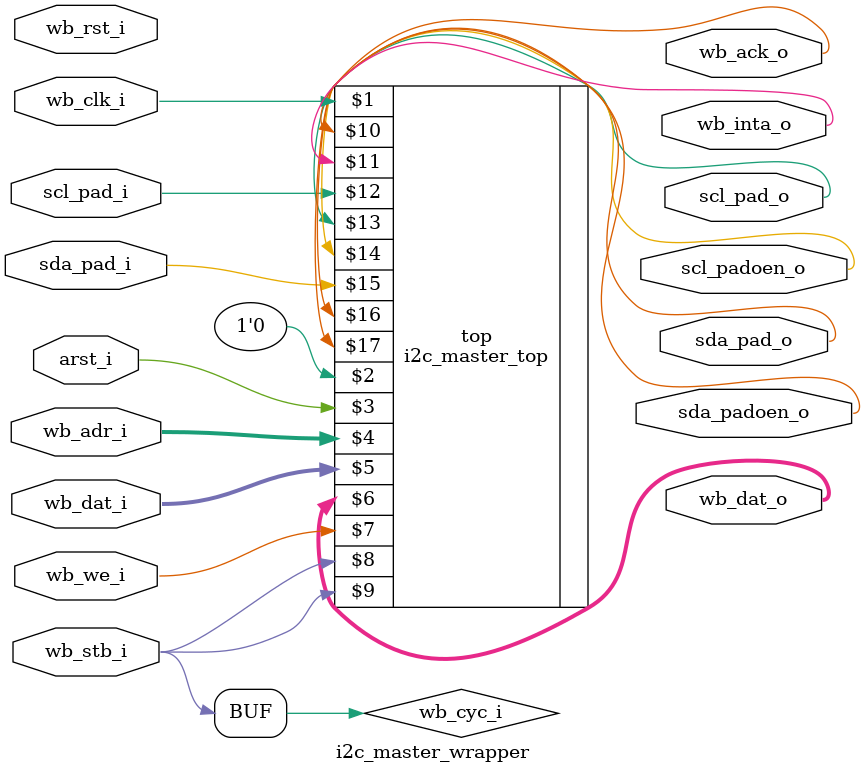
<source format=v>
module i2c_master_wrapper(
	wb_clk_i, wb_rst_i, arst_i, wb_adr_i, wb_dat_i, wb_dat_o,
	wb_we_i, wb_stb_i, //wb_cyc_i,
	wb_ack_o, wb_inta_o,
	scl_pad_i, scl_pad_o, scl_padoen_o, sda_pad_i, sda_pad_o, sda_padoen_o//, byteenable
);

// wishbone signals
	input        wb_clk_i;     // master clock input
	input        wb_rst_i;     // synchronous active high reset
	input        arst_i;       // asynchronous reset
	input  [2:0] wb_adr_i;     // lower address bits
	input  [7:0] wb_dat_i;     // databus input
	output [7:0] wb_dat_o;     // databus output
	input        wb_we_i;      // write enable input
	input        wb_stb_i;     // stobe/core select signal
	//input        wb_cyc_i;     // valid bus cycle input
	output       wb_ack_o;     // bus cycle acknowledge output
	output       wb_inta_o;    // interrupt request signal output
	
	//input [3:0] byteenable;
	

	//reg [7:0] wb_dat_o;
	//reg wb_ack_o;
	//reg wb_inta_o;

	// I2C signals
	// i2c clock line
	input  scl_pad_i;       // SCL-line input
	output scl_pad_o;       // SCL-line output (always 1'b0)
	output scl_padoen_o;    // SCL-line output enable (active low)

	// i2c data line
	input  sda_pad_i;       // SDA-line input
	output sda_pad_o;       // SDA-line output (always 1'b0)
	output sda_padoen_o;    // SDA-line output enable (active low)

	wire wb_cyc_i = wb_stb_i;
	//assign address_int; = {wb_adr_i[2], byteenable};
	
	//wire wb_rst_i = 1'b0;
	
	reg[2:0] address_int;
	
	/*always @(posedge wb_clk_i)
	begin
		case(byteenable)
			4'b0001: address_int = {wb_adr_i[2], 2'b00};
			4'b0010: address_int = {wb_adr_i[2], 2'b01};
			4'b0100: address_int = {wb_adr_i[2], 2'b10};
			4'b1000: address_int = {wb_adr_i[2], 2'b11};
			default: address_int = {wb_adr_i[2], 2'b00};
		endcase
	end*/

	
	i2c_master_top top (
		wb_clk_i,
		1'b0, //wb_rst_i,
		arst_i,
		wb_adr_i,
		wb_dat_i,
		wb_dat_o,
		wb_we_i,
		wb_stb_i, //recebe chipselect na conversao
		wb_cyc_i,	//também recebe chipselect
		wb_ack_o,
		wb_inta_o,
		scl_pad_i,
		scl_pad_o,
		scl_padoen_o,
		sda_pad_i,
		sda_pad_o,
		sda_padoen_o
	);

endmodule 
</source>
